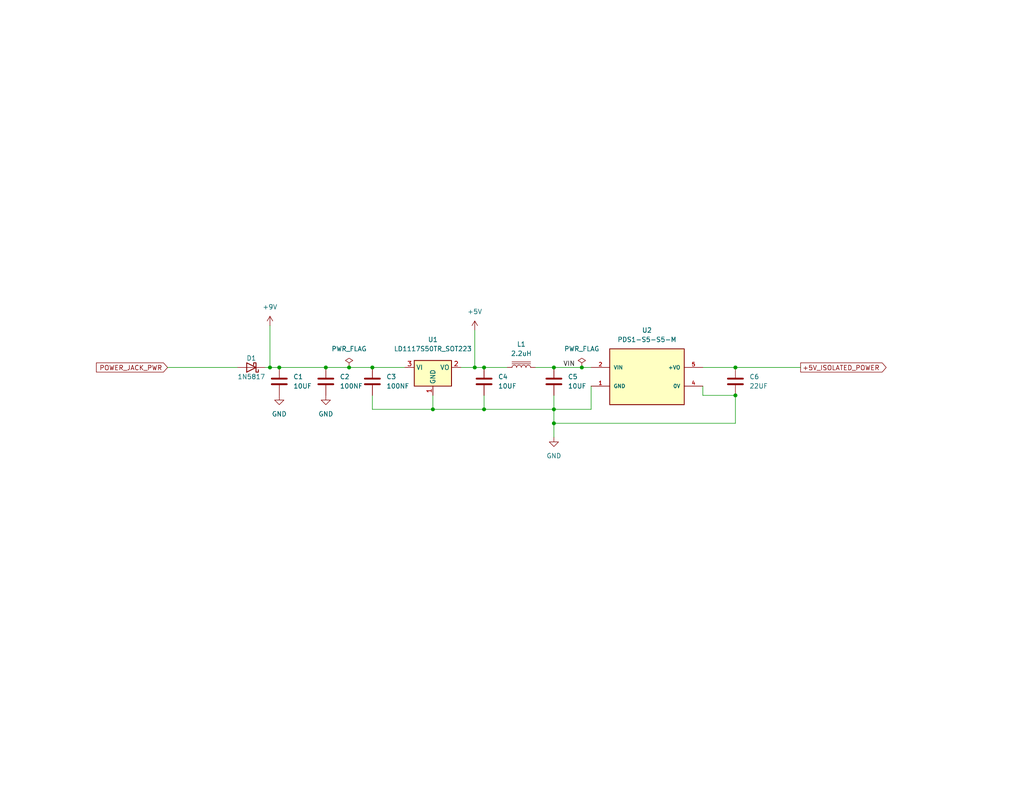
<source format=kicad_sch>
(kicad_sch (version 20230121) (generator eeschema)
  (paper "USLetter")
  (title_block (title "Daisy Seed Guitar Pedal 125B") (date "2023-04-15") (rev "4") (company "Made by Keith Shepherd (kshep@mac.com)") (comment 1 "https://github.com/electro-smith/Hardware/blob/master/reference/daisy_petal/") (comment 2 "Schematic from the Electro-Smith Daisy Petal Reference Hardware Rev 5"))
  (lib_symbols
    (symbol "Device:C" (pin_numbers hide) (pin_names (offset 0.254))
      (property "Reference" "C" (at 0.635 2.54 0))
      (property "Value" "C" (at 0.635 -2.54 0))
      (symbol "C_0_1"
        (polyline (pts (xy -2.032 -0.762) (xy 2.032 -0.762)) (stroke (width 0.508)))
        (polyline (pts (xy -2.032 0.762) (xy 2.032 0.762)) (stroke (width 0.508)))
      )
      (symbol "C_1_1"
        (pin passive line (at 0 3.81 270) (length 2.794) (name "~") (number "1"))
        (pin passive line (at 0 -3.81 90) (length 2.794) (name "~") (number "2"))
      )
    )
    (symbol "Device:L_Iron" (pin_numbers hide) (pin_names (offset 1.016) hide)
      (property "Reference" "L" (at -1.27 0 90))
      (property "Value" "L_Iron" (at 2.794 0 90))
      (symbol "L_Iron_0_1"
        (arc (start 0 -2.54) (mid 0.6323 -1.905) (end 0 -1.27))
        (arc (start 0 -1.27) (mid 0.6323 -0.635) (end 0 0))
        (polyline (pts (xy 1.016 2.54) (xy 1.016 -2.54)))
        (polyline (pts (xy 1.524 -2.54) (xy 1.524 2.54)))
        (arc (start 0 0) (mid 0.6323 0.635) (end 0 1.27))
        (arc (start 0 1.27) (mid 0.6323 1.905) (end 0 2.54))
      )
      (symbol "L_Iron_1_1"
        (pin passive line (at 0 3.81 270) (length 1.27) (name "1") (number "1"))
        (pin passive line (at 0 -3.81 90) (length 1.27) (name "2") (number "2"))
      )
    )
    (symbol "Diode:1N5817" (pin_numbers hide) (pin_names (offset 1.016) hide)
      (property "Reference" "D" (at 0 2.54 0))
      (property "Value" "1N5817" (at 0 -2.54 0))
      (symbol "1N5817_0_1"
        (polyline (pts (xy 1.27 0) (xy -1.27 0)))
        (polyline (pts (xy 1.27 1.27) (xy 1.27 -1.27) (xy -1.27 0) (xy 1.27 1.27)) (stroke (width 0.254)))
        (polyline (pts (xy -1.905 0.635) (xy -1.905 1.27) (xy -1.27 1.27) (xy -1.27 -1.27) (xy -0.635 -1.27) (xy -0.635 -0.635)) (stroke (width 0.254)))
      )
      (symbol "1N5817_1_1"
        (pin passive line (at -3.81 0 0) (length 2.54) (name "K") (number "1"))
        (pin passive line (at 3.81 0 180) (length 2.54) (name "A") (number "2"))
      )
    )
    (symbol "PDS1-S5-S5-M:PDS1-S5-S5-M" (pin_names (offset 1.016))
      (property "Reference" "U" (at -10.2127 7.6595 0))
      (property "Value" "PDS1-S5-S5-M" (at -10.2144 -10.2144 0))
      (symbol "PDS1-S5-S5-M_0_0"
        (rectangle (start -10.16 -7.62) (end 10.16 7.62) (stroke (width 0.254)) (fill (type background)))
        (pin power_in line (at -15.24 -2.54 0) (length 5.08) (name "GND") (number "1"))
        (pin power_in line (at -15.24 2.54 0) (length 5.08) (name "VIN") (number "2"))
        (pin power_in line (at 15.24 -2.54 180) (length 5.08) (name "0V") (number "4"))
        (pin power_out line (at 15.24 2.54 180) (length 5.08) (name "+VO") (number "5"))
      )
    )
    (symbol "Regulator_Linear:LD1117S50TR_SOT223"
      (property "Reference" "U" (at -3.81 3.175 0))
      (property "Value" "LD1117S50TR_SOT223" (at 0 3.175 0))
      (symbol "LD1117S50TR_SOT223_0_1"
        (rectangle (start -5.08 -5.08) (end 5.08 1.905) (stroke (width 0.254)) (fill (type background)))
      )
      (symbol "LD1117S50TR_SOT223_1_1"
        (pin power_in line (at 0 -7.62 90) (length 2.54) (name "GND") (number "1"))
        (pin power_out line (at 7.62 0 180) (length 2.54) (name "VO") (number "2"))
        (pin power_in line (at -7.62 0 0) (length 2.54) (name "VI") (number "3"))
      )
    )
    (symbol "power:+5V" (power) (pin_names (offset 0))
      (property "Value" "+5V" (at 0 3.556 0))
      (symbol "+5V_0_1"
        (polyline (pts (xy -0.762 1.27) (xy 0 2.54)))
        (polyline (pts (xy 0 0) (xy 0 2.54)))
        (polyline (pts (xy 0 2.54) (xy 0.762 1.27)))
      )
      (symbol "+5V_1_1"
        (pin power_in line (at 0 0 90) (length 0) hide (name "+5V") (number "1"))
      )
    )
    (symbol "power:+9V" (power) (pin_names (offset 0))
      (property "Value" "+9V" (at 0 3.556 0))
      (symbol "+9V_0_1"
        (polyline (pts (xy -0.762 1.27) (xy 0 2.54)))
        (polyline (pts (xy 0 0) (xy 0 2.54)))
        (polyline (pts (xy 0 2.54) (xy 0.762 1.27)))
      )
      (symbol "+9V_1_1"
        (pin power_in line (at 0 0 90) (length 0) hide (name "+9V") (number "1"))
      )
    )
    (symbol "power:GND" (power) (pin_names (offset 0))
      (property "Value" "GND" (at 0 -3.81 0))
      (symbol "GND_0_1"
        (polyline (pts (xy 0 0) (xy 0 -1.27) (xy 1.27 -1.27) (xy 0 -2.54) (xy -1.27 -1.27) (xy 0 -1.27)))
      )
      (symbol "GND_1_1"
        (pin power_in line (at 0 0 270) (length 0) hide (name "GND") (number "1"))
      )
    )
    (symbol "power:PWR_FLAG" (power) (pin_numbers hide) (pin_names (offset 0) hide)
      (property "Value" "PWR_FLAG" (at 0 3.81 0))
      (symbol "PWR_FLAG_0_0"
        (pin power_out line (at 0 0 90) (length 0) (name "pwr") (number "1"))
      )
      (symbol "PWR_FLAG_0_1"
        (polyline (pts (xy 0 0) (xy 0 1.27) (xy -1.016 1.905) (xy 0 2.54) (xy 1.016 1.905) (xy 0 1.27)))
      )
    )
  )
  (junction (at 101.6 100.33))
  (junction (at 76.2 100.33))
  (junction (at 151.13 115.57))
  (junction (at 200.66 107.95))
  (junction (at 132.08 100.33))
  (junction (at 129.54 100.33))
  (junction (at 132.08 111.76))
  (junction (at 73.66 100.33))
  (junction (at 95.25 100.33))
  (junction (at 151.13 111.76))
  (junction (at 118.11 111.76))
  (junction (at 158.75 100.33))
  (junction (at 88.9 100.33))
  (junction (at 151.13 100.33))
  (junction (at 200.66 100.33))
  (wire (pts (xy 76.2 100.33) (xy 88.9 100.33)))
  (wire (pts (xy 132.08 100.33) (xy 138.43 100.33)))
  (wire (pts (xy 158.75 100.33) (xy 161.29 100.33)))
  (wire (pts (xy 88.9 100.33) (xy 95.25 100.33)))
  (wire (pts (xy 151.13 115.57) (xy 200.66 115.57)))
  (wire (pts (xy 151.13 107.95) (xy 151.13 111.76)))
  (wire (pts (xy 191.77 100.33) (xy 200.66 100.33)))
  (wire (pts (xy 200.66 100.33) (xy 218.44 100.33)))
  (wire (pts (xy 45.72 100.33) (xy 64.77 100.33)))
  (wire (pts (xy 191.77 105.41) (xy 191.77 107.95)))
  (wire (pts (xy 151.13 111.76) (xy 151.13 115.57)))
  (wire (pts (xy 125.73 100.33) (xy 129.54 100.33)))
  (wire (pts (xy 72.39 100.33) (xy 73.66 100.33)))
  (wire (pts (xy 73.66 100.33) (xy 76.2 100.33)))
  (wire (pts (xy 161.29 105.41) (xy 161.29 111.76)))
  (wire (pts (xy 101.6 100.33) (xy 110.49 100.33)))
  (wire (pts (xy 129.54 90.17) (xy 129.54 100.33)))
  (wire (pts (xy 132.08 111.76) (xy 151.13 111.76)))
  (wire (pts (xy 101.6 107.95) (xy 101.6 111.76)))
  (wire (pts (xy 146.05 100.33) (xy 151.13 100.33)))
  (wire (pts (xy 151.13 100.33) (xy 158.75 100.33)))
  (wire (pts (xy 73.66 88.9) (xy 73.66 100.33)))
  (wire (pts (xy 129.54 100.33) (xy 132.08 100.33)))
  (wire (pts (xy 132.08 107.95) (xy 132.08 111.76)))
  (wire (pts (xy 118.11 111.76) (xy 132.08 111.76)))
  (wire (pts (xy 101.6 111.76) (xy 118.11 111.76)))
  (wire (pts (xy 95.25 100.33) (xy 101.6 100.33)))
  (wire (pts (xy 191.77 107.95) (xy 200.66 107.95)))
  (wire (pts (xy 151.13 115.57) (xy 151.13 119.38)))
  (wire (pts (xy 151.13 111.76) (xy 161.29 111.76)))
  (wire (pts (xy 118.11 107.95) (xy 118.11 111.76)))
  (wire (pts (xy 200.66 115.57) (xy 200.66 107.95)))
  (label "VIN" (at 153.67 100.33 0))
  (global_label "POWER_JACK_PWR" (shape input) (at 45.72 100.33 180) (property "Intersheetrefs" "${INTERSHEET_REFS}" (effects hide)))
  (global_label "+5V_ISOLATED_POWER" (shape output) (at 218.44 100.33 0) (property "Intersheetrefs" "${INTERSHEET_REFS}" (effects hide)))
  (symbol (lib_id "power:PWR_FLAG") (at 95.25 100.33 0) (unit 1)
    (property "Reference" "#FLG02" (effects hide))
    (property "Value" "PWR_FLAG" (at 95.25 95.25 0))
  )
  (symbol (lib_id "Device:C") (at 200.66 104.14 0) (unit 1)
    (property "Reference" "C6" (at 204.47 102.8699 0) (effects (justify left)))
    (property "Value" "22UF" (at 204.47 105.4099 0) (effects (justify left)))
    (property "Footprint" "Capacitor_SMD:C_0805_2012Metric" (effects hide))
  )
  (symbol (lib_id "Device:C") (at 101.6 104.14 0) (unit 1)
    (property "Reference" "C3" (at 105.41 102.8699 0) (effects (justify left)))
    (property "Value" "100NF" (at 105.41 105.4099 0) (effects (justify left)))
    (property "Footprint" "Capacitor_SMD:C_0805_2012Metric" (effects hide))
  )
  (symbol (lib_id "power:+5V") (at 129.54 90.17 0) (unit 1)
    (property "Reference" "#PWR05" (effects hide))
    (property "Value" "+5V" (at 129.54 85.09 0))
  )
  (symbol (lib_id "Device:C") (at 76.2 104.14 0) (unit 1)
    (property "Reference" "C1" (at 80.01 102.8699 0) (effects (justify left)))
    (property "Value" "10UF" (at 80.01 105.4099 0) (effects (justify left)))
    (property "Footprint" "Capacitor_SMD:C_0805_2012Metric" (effects hide))
  )
  (symbol (lib_id "Diode:1N5817") (at 68.58 100.33 180) (unit 1)
    (property "Reference" "D1" (at 68.58 97.79 0))
    (property "Value" "1N5817" (at 68.58 102.87 0))
    (property "Footprint" "Diode_SMD:D_SOD-123" (effects hide))
    (property "Datasheet" "http://www.vishay.com/docs/88525/1n5817.pdf" (effects hide))
  )
  (symbol (lib_id "Device:C") (at 151.13 104.14 0) (unit 1)
    (property "Reference" "C5" (at 154.94 102.8699 0) (effects (justify left)))
    (property "Value" "10UF" (at 154.94 105.4099 0) (effects (justify left)))
    (property "Footprint" "Capacitor_SMD:C_0805_2012Metric" (effects hide))
  )
  (symbol (lib_id "power:GND") (at 88.9 107.95 0) (unit 1)
    (property "Reference" "#PWR04" (effects hide))
    (property "Value" "GND" (at 88.9 113.03 0))
  )
  (symbol (lib_id "power:PWR_FLAG") (at 158.75 100.33 0) (unit 1)
    (property "Reference" "#FLG03" (effects hide))
    (property "Value" "PWR_FLAG" (at 158.75 95.25 0))
  )
  (symbol (lib_id "Device:L_Iron") (at 142.24 100.33 90) (unit 1)
    (property "Reference" "L1" (at 142.24 93.98 90))
    (property "Value" "2.2uH" (at 142.24 96.52 90))
    (property "Footprint" "Inductor_SMD:L_0805_2012Metric" (effects hide))
  )
  (symbol (lib_id "Device:C") (at 88.9 104.14 0) (unit 1)
    (property "Reference" "C2" (at 92.71 102.8699 0) (effects (justify left)))
    (property "Value" "100NF" (at 92.71 105.4099 0) (effects (justify left)))
    (property "Footprint" "Capacitor_SMD:C_0805_2012Metric" (effects hide))
  )
  (symbol (lib_id "Regulator_Linear:LD1117S50TR_SOT223") (at 118.11 100.33 0) (unit 1)
    (property "Reference" "U1" (at 118.11 92.71 0))
    (property "Value" "LD1117S50TR_SOT223" (at 118.11 95.25 0))
    (property "Footprint" "Package_TO_SOT_SMD:SOT-223-3_TabPin2" (effects hide))
    (property "Datasheet" "http://www.st.com/st-web-ui/static/active/en/resource/technical/document/datasheet/CD00000544.pdf" (effects hide))
  )
  (symbol (lib_id "power:GND") (at 151.13 119.38 0) (unit 1)
    (property "Reference" "#PWR06" (effects hide))
    (property "Value" "GND" (at 151.13 124.46 0))
  )
  (symbol (lib_id "Device:C") (at 132.08 104.14 0) (unit 1)
    (property "Reference" "C4" (at 135.89 102.8699 0) (effects (justify left)))
    (property "Value" "10UF" (at 135.89 105.4099 0) (effects (justify left)))
    (property "Footprint" "Capacitor_SMD:C_0805_2012Metric" (effects hide))
  )
  (symbol (lib_id "power:GND") (at 76.2 107.95 0) (unit 1)
    (property "Reference" "#PWR03" (effects hide))
    (property "Value" "GND" (at 76.2 113.03 0))
  )
  (symbol (lib_id "PDS1-S5-S5-M:PDS1-S5-S5-M") (at 176.53 102.87 0) (unit 1)
    (property "Reference" "U2" (at 176.53 90.17 0))
    (property "Value" "PDS1-S5-S5-M" (at 176.53 92.71 0))
    (property "Footprint" "PDS1-S5-S5-M:CONV_PDS1-S5-S5-M" (effects hide))
    (property "MF" "CUI" (effects hide))
    (property "PRICE" "4.02 USD" (effects hide))
    (property "AVAILABILITY" "Bad" (effects hide))
    (property "PACKAGE" "SMD-8 CUI" (effects hide))
    (property "MP" "PDS1-S12-S12-M" (effects hide))
    (property "DESCRIPTION" "PDS1 Series 1 W 12 VDC 84 mA Surface Mount DC-DC Isolated Converter" (effects hide))
  )
  (symbol (lib_id "power:+9V") (at 73.66 88.9 0) (unit 1)
    (property "Reference" "#PWR02" (effects hide))
    (property "Value" "+9V" (at 73.66 83.82 0))
  )
)
</source>
